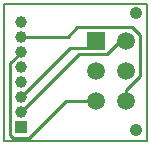
<source format=gbl>
G04 Layer_Physical_Order=2*
G04 Layer_Color=16711680*
%FSLAX25Y25*%
%MOIN*%
G70*
G01*
G75*
%ADD10C,0.01000*%
%ADD11C,0.00500*%
%ADD12C,0.04200*%
%ADD13C,0.05906*%
%ADD14R,0.05906X0.05906*%
%ADD15C,0.03937*%
%ADD16R,0.03937X0.03937*%
D10*
X348097Y130352D02*
Y134055D01*
X352550Y138508D01*
Y152197D01*
X349941Y154805D02*
X352550Y152197D01*
X331865Y154805D02*
X349941D01*
X328560Y151500D02*
X331865Y154805D01*
X313000Y151500D02*
X328560D01*
X327910Y130352D02*
X338097D01*
X315590Y118032D02*
X327910Y130352D01*
X310410Y118032D02*
X315590D01*
X309531Y118910D02*
X310410Y118032D01*
X309531Y118910D02*
Y142937D01*
X313000Y146405D01*
Y146500D01*
X335644Y147899D02*
X338097Y150352D01*
X329399Y147899D02*
X335644D01*
X313000Y131500D02*
X329399Y147899D01*
X346124Y150352D02*
X348097D01*
X341671Y145899D02*
X346124Y150352D01*
X332399Y145899D02*
X341671D01*
X313000Y126500D02*
X332399Y145899D01*
D11*
X307500Y117000D02*
Y162500D01*
Y117000D02*
X355000D01*
Y162500D01*
X307500D02*
X355000D01*
D12*
X351500Y159500D02*
D03*
Y120500D02*
D03*
D13*
X348097Y130352D02*
D03*
X338097D02*
D03*
X348097Y140352D02*
D03*
X338097D02*
D03*
X348097Y150352D02*
D03*
D14*
X338097D02*
D03*
D15*
X313000Y156500D02*
D03*
Y151500D02*
D03*
Y146500D02*
D03*
Y141500D02*
D03*
Y136500D02*
D03*
Y131500D02*
D03*
Y126500D02*
D03*
D16*
Y121500D02*
D03*
M02*

</source>
